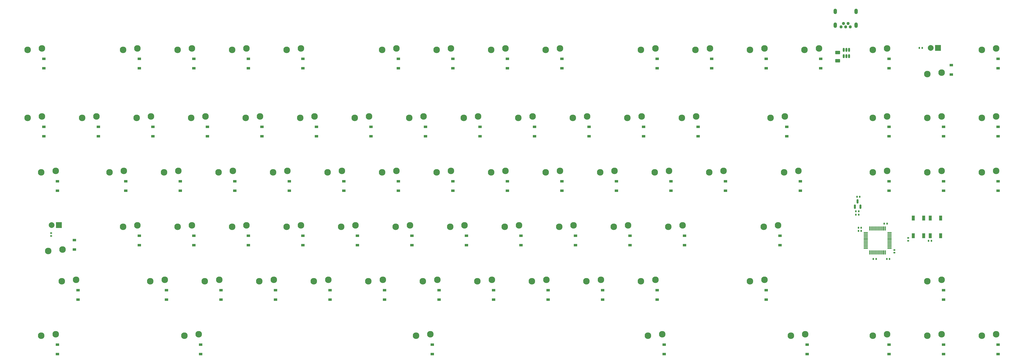
<source format=gbs>
%TF.GenerationSoftware,KiCad,Pcbnew,(6.0.5)*%
%TF.CreationDate,2022-11-05T01:05:16-04:00*%
%TF.ProjectId,TKL,544b4c2e-6b69-4636-9164-5f7063625858,rev?*%
%TF.SameCoordinates,Original*%
%TF.FileFunction,Soldermask,Bot*%
%TF.FilePolarity,Negative*%
%FSLAX46Y46*%
G04 Gerber Fmt 4.6, Leading zero omitted, Abs format (unit mm)*
G04 Created by KiCad (PCBNEW (6.0.5)) date 2022-11-05 01:05:16*
%MOMM*%
%LPD*%
G01*
G04 APERTURE LIST*
G04 Aperture macros list*
%AMRoundRect*
0 Rectangle with rounded corners*
0 $1 Rounding radius*
0 $2 $3 $4 $5 $6 $7 $8 $9 X,Y pos of 4 corners*
0 Add a 4 corners polygon primitive as box body*
4,1,4,$2,$3,$4,$5,$6,$7,$8,$9,$2,$3,0*
0 Add four circle primitives for the rounded corners*
1,1,$1+$1,$2,$3*
1,1,$1+$1,$4,$5*
1,1,$1+$1,$6,$7*
1,1,$1+$1,$8,$9*
0 Add four rect primitives between the rounded corners*
20,1,$1+$1,$2,$3,$4,$5,0*
20,1,$1+$1,$4,$5,$6,$7,0*
20,1,$1+$1,$6,$7,$8,$9,0*
20,1,$1+$1,$8,$9,$2,$3,0*%
G04 Aperture macros list end*
%ADD10RoundRect,0.135000X-0.135000X-0.185000X0.135000X-0.185000X0.135000X0.185000X-0.135000X0.185000X0*%
%ADD11RoundRect,0.140000X-0.170000X0.140000X-0.170000X-0.140000X0.170000X-0.140000X0.170000X0.140000X0*%
%ADD12RoundRect,0.150000X0.150000X-0.587500X0.150000X0.587500X-0.150000X0.587500X-0.150000X-0.587500X0*%
%ADD13RoundRect,0.075000X0.075000X-0.662500X0.075000X0.662500X-0.075000X0.662500X-0.075000X-0.662500X0*%
%ADD14RoundRect,0.075000X0.662500X-0.075000X0.662500X0.075000X-0.662500X0.075000X-0.662500X-0.075000X0*%
%ADD15R,1.100000X1.800000*%
%ADD16RoundRect,0.140000X-0.140000X-0.170000X0.140000X-0.170000X0.140000X0.170000X-0.140000X0.170000X0*%
%ADD17RoundRect,0.140000X0.140000X0.170000X-0.140000X0.170000X-0.140000X-0.170000X0.140000X-0.170000X0*%
%ADD18C,2.300000*%
%ADD19C,2.000000*%
%ADD20R,2.000000X2.000000*%
%ADD21C,1.100000*%
%ADD22O,1.200000X1.900000*%
%ADD23R,1.200000X0.900000*%
%ADD24RoundRect,0.135000X0.135000X0.185000X-0.135000X0.185000X-0.135000X-0.185000X0.135000X-0.185000X0*%
%ADD25RoundRect,0.150000X0.150000X-0.512500X0.150000X0.512500X-0.150000X0.512500X-0.150000X-0.512500X0*%
%ADD26RoundRect,0.250000X-0.625000X0.375000X-0.625000X-0.375000X0.625000X-0.375000X0.625000X0.375000X0*%
%ADD27RoundRect,0.135000X-0.185000X0.135000X-0.185000X-0.135000X0.185000X-0.135000X0.185000X0.135000X0*%
G04 APERTURE END LIST*
D10*
%TO.C,R1*%
X500378000Y-303293700D03*
X501398000Y-303293700D03*
%TD*%
D11*
%TO.C,C1*%
X493268000Y-302305700D03*
X493268000Y-303265700D03*
%TD*%
D12*
%TO.C,U3*%
X476565000Y-291404200D03*
X474665000Y-291404200D03*
X475615000Y-289529200D03*
%TD*%
D13*
%TO.C,U2*%
X485350000Y-307329200D03*
X484850000Y-307329200D03*
X484350000Y-307329200D03*
X483850000Y-307329200D03*
X483350000Y-307329200D03*
X482850000Y-307329200D03*
X482350000Y-307329200D03*
X481850000Y-307329200D03*
X481350000Y-307329200D03*
X480850000Y-307329200D03*
X480350000Y-307329200D03*
X479850000Y-307329200D03*
D14*
X478437500Y-305916700D03*
X478437500Y-305416700D03*
X478437500Y-304916700D03*
X478437500Y-304416700D03*
X478437500Y-303916700D03*
X478437500Y-303416700D03*
X478437500Y-302916700D03*
X478437500Y-302416700D03*
X478437500Y-301916700D03*
X478437500Y-301416700D03*
X478437500Y-300916700D03*
X478437500Y-300416700D03*
D13*
X479850000Y-299004200D03*
X480350000Y-299004200D03*
X480850000Y-299004200D03*
X481350000Y-299004200D03*
X481850000Y-299004200D03*
X482350000Y-299004200D03*
X482850000Y-299004200D03*
X483350000Y-299004200D03*
X483850000Y-299004200D03*
X484350000Y-299004200D03*
X484850000Y-299004200D03*
X485350000Y-299004200D03*
D14*
X486762500Y-300416700D03*
X486762500Y-300916700D03*
X486762500Y-301416700D03*
X486762500Y-301916700D03*
X486762500Y-302416700D03*
X486762500Y-302916700D03*
X486762500Y-303416700D03*
X486762500Y-303916700D03*
X486762500Y-304416700D03*
X486762500Y-304916700D03*
X486762500Y-305416700D03*
X486762500Y-305916700D03*
%TD*%
D15*
%TO.C,SW2*%
X500943000Y-295304200D03*
X500943000Y-301504200D03*
X504643000Y-301504200D03*
X504643000Y-295304200D03*
%TD*%
%TO.C,SW1*%
X498737500Y-295304200D03*
X498737500Y-301504200D03*
X495037500Y-301504200D03*
X495037500Y-295304200D03*
%TD*%
D16*
%TO.C,C10*%
X476857000Y-298721700D03*
X475897000Y-298721700D03*
%TD*%
D17*
%TO.C,C9*%
X475389000Y-287926700D03*
X476349000Y-287926700D03*
%TD*%
%TO.C,C8*%
X484914000Y-297324700D03*
X485874000Y-297324700D03*
%TD*%
D11*
%TO.C,C7*%
X488442000Y-307456700D03*
X488442000Y-306496700D03*
%TD*%
D16*
%TO.C,C6*%
X486763000Y-309643700D03*
X485803000Y-309643700D03*
%TD*%
%TO.C,C5*%
X482064000Y-309643700D03*
X481104000Y-309643700D03*
%TD*%
D17*
%TO.C,C4*%
X475925000Y-299864700D03*
X476885000Y-299864700D03*
%TD*%
D16*
%TO.C,C3*%
X475968000Y-293006700D03*
X475008000Y-293006700D03*
%TD*%
%TO.C,C2*%
X475968000Y-294149700D03*
X475008000Y-294149700D03*
%TD*%
D18*
%TO.C,MX42*%
X347543750Y-279322950D03*
X352543750Y-278822950D03*
%TD*%
%TO.C,MX65*%
X228481250Y-317422950D03*
X233481250Y-316922950D03*
%TD*%
%TO.C,MX1*%
X185618750Y-236460450D03*
X190618750Y-235960450D03*
%TD*%
D19*
%TO.C,D85*%
X501173750Y-235860450D03*
D20*
X503713750Y-235860450D03*
%TD*%
D18*
%TO.C,MX83*%
X499943750Y-336472950D03*
X504943750Y-335972950D03*
%TD*%
%TO.C,MX26*%
X357068750Y-260272950D03*
X362068750Y-259772950D03*
%TD*%
%TO.C,MX44*%
X385643750Y-279322950D03*
X390643750Y-278822950D03*
%TD*%
%TO.C,MX3*%
X238006250Y-236460450D03*
X243006250Y-235960450D03*
%TD*%
%TO.C,MX35*%
X214193750Y-279322950D03*
X219193750Y-278822950D03*
%TD*%
%TO.C,MX16*%
X518993750Y-236460450D03*
X523993750Y-235960450D03*
%TD*%
%TO.C,MX60*%
X371356250Y-298372950D03*
X376356250Y-297872950D03*
%TD*%
%TO.C,MX36*%
X233243750Y-279322950D03*
X238243750Y-278822950D03*
%TD*%
D19*
%TO.C,D86*%
X193992500Y-297772950D03*
D20*
X196532500Y-297772950D03*
%TD*%
D18*
%TO.C,MX48*%
X480893750Y-279322950D03*
X485893750Y-278822950D03*
%TD*%
%TO.C,MX77*%
X480893750Y-336472950D03*
X485893750Y-335972950D03*
%TD*%
%TO.C,MX37*%
X252293750Y-279322950D03*
X257293750Y-278822950D03*
%TD*%
%TO.C,MX2*%
X218956250Y-236460450D03*
X223956250Y-235960450D03*
%TD*%
%TO.C,MX39*%
X290393750Y-279322950D03*
X295393750Y-278822950D03*
%TD*%
%TO.C,MX46*%
X423743750Y-279322950D03*
X428743750Y-278822950D03*
%TD*%
%TO.C,MX31*%
X480893750Y-260272950D03*
X485893750Y-259772950D03*
%TD*%
%TO.C,MX29*%
X414218750Y-260272950D03*
X419218750Y-259772950D03*
%TD*%
%TO.C,MX20*%
X242768750Y-260272950D03*
X247768750Y-259772950D03*
%TD*%
%TO.C,MX28*%
X395168750Y-260272950D03*
X400168750Y-259772950D03*
%TD*%
%TO.C,MX58*%
X333256250Y-298372950D03*
X338256250Y-297872950D03*
%TD*%
%TO.C,MX56*%
X295156250Y-298372950D03*
X300156250Y-297872950D03*
%TD*%
%TO.C,MX55*%
X276106250Y-298372950D03*
X281106250Y-297872950D03*
%TD*%
%TO.C,MX47*%
X449937500Y-279322950D03*
X454937500Y-278822950D03*
%TD*%
%TO.C,MX76*%
X499943750Y-317422950D03*
X504943750Y-316922950D03*
%TD*%
%TO.C,MX52*%
X218956250Y-298372950D03*
X223956250Y-297872950D03*
%TD*%
%TO.C,MX80*%
X321350000Y-336472950D03*
X326350000Y-335972950D03*
%TD*%
%TO.C,MX22*%
X280868750Y-260272950D03*
X285868750Y-259772950D03*
%TD*%
%TO.C,MX12*%
X438031250Y-236460450D03*
X443031250Y-235960450D03*
%TD*%
%TO.C,MX10*%
X399931250Y-236460450D03*
X404931250Y-235960450D03*
%TD*%
%TO.C,MX19*%
X223718750Y-260272950D03*
X228718750Y-259772950D03*
%TD*%
%TO.C,MX18*%
X204668750Y-260272950D03*
X209668750Y-259772950D03*
%TD*%
%TO.C,MX43*%
X366593750Y-279322950D03*
X371593750Y-278822950D03*
%TD*%
%TO.C,MX53*%
X238006250Y-298372950D03*
X243006250Y-297872950D03*
%TD*%
%TO.C,MX79*%
X240387500Y-336472950D03*
X245387500Y-335972950D03*
%TD*%
%TO.C,MX78*%
X190381250Y-336472950D03*
X195381250Y-335972950D03*
%TD*%
%TO.C,MX24*%
X318968750Y-260272950D03*
X323968750Y-259772950D03*
%TD*%
%TO.C,MX84*%
X518993750Y-336472950D03*
X523993750Y-335972950D03*
%TD*%
%TO.C,MX49*%
X499943750Y-279322950D03*
X504943750Y-278822950D03*
%TD*%
%TO.C,MX38*%
X271343750Y-279322950D03*
X276343750Y-278822950D03*
%TD*%
%TO.C,MX14*%
X480893750Y-236460450D03*
X485893750Y-235960450D03*
%TD*%
%TO.C,MX30*%
X445175000Y-260272950D03*
X450175000Y-259772950D03*
%TD*%
%TO.C,MX11*%
X418981250Y-236460450D03*
X423981250Y-235960450D03*
%TD*%
%TO.C,MX61*%
X390406250Y-298372950D03*
X395406250Y-297872950D03*
%TD*%
%TO.C,MX81*%
X402312500Y-336472950D03*
X407312500Y-335972950D03*
%TD*%
%TO.C,MX7*%
X328493750Y-236460450D03*
X333493750Y-235960450D03*
%TD*%
%TO.C,MX17*%
X185618750Y-260272950D03*
X190618750Y-259772950D03*
%TD*%
%TO.C,MX68*%
X285631250Y-317422950D03*
X290631250Y-316922950D03*
%TD*%
%TO.C,MX66*%
X247531250Y-317422950D03*
X252531250Y-316922950D03*
%TD*%
%TO.C,MX72*%
X361831250Y-317422950D03*
X366831250Y-316922950D03*
%TD*%
%TO.C,MX32*%
X499943750Y-260272950D03*
X504943750Y-259772950D03*
%TD*%
%TO.C,MX8*%
X347543750Y-236460450D03*
X352543750Y-235960450D03*
%TD*%
%TO.C,MX59*%
X352306250Y-298372950D03*
X357306250Y-297872950D03*
%TD*%
%TO.C,MX63*%
X442793750Y-298372950D03*
X447793750Y-297872950D03*
%TD*%
%TO.C,MX5*%
X276106250Y-236460450D03*
X281106250Y-235960450D03*
%TD*%
%TO.C,MX82*%
X452318750Y-336472950D03*
X457318750Y-335972950D03*
%TD*%
%TO.C,MX33*%
X518993750Y-260272950D03*
X523993750Y-259772950D03*
%TD*%
%TO.C,MX13*%
X457081250Y-236460450D03*
X462081250Y-235960450D03*
%TD*%
%TO.C,MX70*%
X323731250Y-317422950D03*
X328731250Y-316922950D03*
%TD*%
%TO.C,MX23*%
X299918750Y-260272950D03*
X304918750Y-259772950D03*
%TD*%
%TO.C,MX62*%
X409456250Y-298372950D03*
X414456250Y-297872950D03*
%TD*%
%TO.C,MX41*%
X328493750Y-279322950D03*
X333493750Y-278822950D03*
%TD*%
%TO.C,MX57*%
X314206250Y-298372950D03*
X319206250Y-297872950D03*
%TD*%
%TO.C,MX9*%
X366593750Y-236460450D03*
X371593750Y-235960450D03*
%TD*%
%TO.C,MX73*%
X380881250Y-317422950D03*
X385881250Y-316922950D03*
%TD*%
%TO.C,MX54*%
X257056250Y-298372950D03*
X262056250Y-297872950D03*
%TD*%
%TO.C,MX27*%
X376118750Y-260272950D03*
X381118750Y-259772950D03*
%TD*%
%TO.C,MX75*%
X438031250Y-317422950D03*
X443031250Y-316922950D03*
%TD*%
%TO.C,MX6*%
X309443750Y-236460450D03*
X314443750Y-235960450D03*
%TD*%
%TO.C,MX64*%
X197525000Y-317422950D03*
X202525000Y-316922950D03*
%TD*%
%TO.C,MX69*%
X304681250Y-317422950D03*
X309681250Y-316922950D03*
%TD*%
%TO.C,MX45*%
X404693750Y-279322950D03*
X409693750Y-278822950D03*
%TD*%
D21*
%TO.C,J1*%
X473055750Y-228466650D03*
X472255750Y-227266650D03*
X471455750Y-228466650D03*
X470655750Y-227266650D03*
X469855750Y-228466650D03*
D22*
X467805750Y-223046650D03*
X475105750Y-227866650D03*
X475105750Y-223046650D03*
X467805750Y-227866650D03*
%TD*%
D18*
%TO.C,MX34*%
X190381250Y-279322950D03*
X195381250Y-278822950D03*
%TD*%
%TO.C,MX21*%
X261818750Y-260272950D03*
X266818750Y-259772950D03*
%TD*%
%TO.C,MX51*%
X197762500Y-306372950D03*
X192762500Y-306872950D03*
%TD*%
%TO.C,MX71*%
X342781250Y-317422950D03*
X347781250Y-316922950D03*
%TD*%
%TO.C,MX15*%
X504943750Y-244460450D03*
X499943750Y-244960450D03*
%TD*%
%TO.C,MX74*%
X399931250Y-317422950D03*
X404931250Y-316922950D03*
%TD*%
%TO.C,MX40*%
X309443750Y-279322950D03*
X314443750Y-278822950D03*
%TD*%
%TO.C,MX25*%
X338018750Y-260272950D03*
X343018750Y-259772950D03*
%TD*%
%TO.C,MX4*%
X257056250Y-236460450D03*
X262056250Y-235960450D03*
%TD*%
%TO.C,MX50*%
X518993750Y-279322950D03*
X523993750Y-278822950D03*
%TD*%
%TO.C,MX67*%
X266581250Y-317422950D03*
X271581250Y-316922950D03*
%TD*%
D23*
%TO.C,D42*%
X353218750Y-285766700D03*
X353218750Y-282466700D03*
%TD*%
%TO.C,D19*%
X229393750Y-266716700D03*
X229393750Y-263416700D03*
%TD*%
%TO.C,D77*%
X486568750Y-342916700D03*
X486568750Y-339616700D03*
%TD*%
%TO.C,D23*%
X305593750Y-266716700D03*
X305593750Y-263416700D03*
%TD*%
%TO.C,D6*%
X315118750Y-242904200D03*
X315118750Y-239604200D03*
%TD*%
%TO.C,D20*%
X248443750Y-266716700D03*
X248443750Y-263416700D03*
%TD*%
%TO.C,D83*%
X505618750Y-342916700D03*
X505618750Y-339616700D03*
%TD*%
%TO.C,D72*%
X367506250Y-323866700D03*
X367506250Y-320566700D03*
%TD*%
%TO.C,D26*%
X362743750Y-266716700D03*
X362743750Y-263416700D03*
%TD*%
%TO.C,D11*%
X424656250Y-242904200D03*
X424656250Y-239604200D03*
%TD*%
%TO.C,D54*%
X262731250Y-304816700D03*
X262731250Y-301516700D03*
%TD*%
%TO.C,D52*%
X224631250Y-304816700D03*
X224631250Y-301516700D03*
%TD*%
%TO.C,D4*%
X262731250Y-242904200D03*
X262731250Y-239604200D03*
%TD*%
%TO.C,D36*%
X238918750Y-285766700D03*
X238918750Y-282466700D03*
%TD*%
%TO.C,D53*%
X243681250Y-304816700D03*
X243681250Y-301516700D03*
%TD*%
%TO.C,D68*%
X291306250Y-323866700D03*
X291306250Y-320566700D03*
%TD*%
%TO.C,D51*%
X201930000Y-303040700D03*
X201930000Y-306340700D03*
%TD*%
%TO.C,D8*%
X353218750Y-242904200D03*
X353218750Y-239604200D03*
%TD*%
%TO.C,D74*%
X405606250Y-323866700D03*
X405606250Y-320566700D03*
%TD*%
%TO.C,D18*%
X210343750Y-266716700D03*
X210343750Y-263416700D03*
%TD*%
%TO.C,D56*%
X300831250Y-304816700D03*
X300831250Y-301516700D03*
%TD*%
%TO.C,D65*%
X234156250Y-323866700D03*
X234156250Y-320566700D03*
%TD*%
%TO.C,D57*%
X319881250Y-304816700D03*
X319881250Y-301516700D03*
%TD*%
%TO.C,D75*%
X443706250Y-323866700D03*
X443706250Y-320566700D03*
%TD*%
%TO.C,D40*%
X315118750Y-285766700D03*
X315118750Y-282466700D03*
%TD*%
%TO.C,D28*%
X400843750Y-266716700D03*
X400843750Y-263416700D03*
%TD*%
%TO.C,D17*%
X191293750Y-266716700D03*
X191293750Y-263416700D03*
%TD*%
%TO.C,D2*%
X224631250Y-242904200D03*
X224631250Y-239604200D03*
%TD*%
%TO.C,D34*%
X196056250Y-285766700D03*
X196056250Y-282466700D03*
%TD*%
%TO.C,D7*%
X334168750Y-242904200D03*
X334168750Y-239604200D03*
%TD*%
%TO.C,D37*%
X257968750Y-285766700D03*
X257968750Y-282466700D03*
%TD*%
%TO.C,D58*%
X338931250Y-304816700D03*
X338931250Y-301516700D03*
%TD*%
%TO.C,D50*%
X524668750Y-285766700D03*
X524668750Y-282466700D03*
%TD*%
%TO.C,D24*%
X324643750Y-266716700D03*
X324643750Y-263416700D03*
%TD*%
%TO.C,D21*%
X267493750Y-266716700D03*
X267493750Y-263416700D03*
%TD*%
%TO.C,D79*%
X246062500Y-342916700D03*
X246062500Y-339616700D03*
%TD*%
D24*
%TO.C,R2*%
X498221000Y-235856700D03*
X497201000Y-235856700D03*
%TD*%
D23*
%TO.C,D12*%
X443706250Y-242904200D03*
X443706250Y-239604200D03*
%TD*%
%TO.C,D76*%
X505618750Y-323866700D03*
X505618750Y-320566700D03*
%TD*%
%TO.C,D64*%
X203200000Y-323866700D03*
X203200000Y-320566700D03*
%TD*%
%TO.C,D16*%
X524668750Y-242904200D03*
X524668750Y-239604200D03*
%TD*%
%TO.C,D84*%
X524668750Y-342916700D03*
X524668750Y-339616700D03*
%TD*%
%TO.C,D82*%
X457993750Y-342916700D03*
X457993750Y-339616700D03*
%TD*%
%TO.C,D14*%
X486568750Y-242904200D03*
X486568750Y-239604200D03*
%TD*%
%TO.C,D33*%
X524668750Y-266716700D03*
X524668750Y-263416700D03*
%TD*%
%TO.C,D32*%
X505618750Y-266716700D03*
X505618750Y-263416700D03*
%TD*%
%TO.C,D27*%
X381793750Y-266716700D03*
X381793750Y-263416700D03*
%TD*%
%TO.C,D70*%
X329406250Y-323866700D03*
X329406250Y-320566700D03*
%TD*%
%TO.C,D35*%
X219868750Y-285766700D03*
X219868750Y-282466700D03*
%TD*%
%TO.C,D29*%
X419893750Y-266716700D03*
X419893750Y-263416700D03*
%TD*%
%TO.C,D47*%
X455612500Y-285766700D03*
X455612500Y-282466700D03*
%TD*%
%TO.C,D55*%
X281781250Y-304816700D03*
X281781250Y-301516700D03*
%TD*%
%TO.C,D46*%
X429418750Y-285766700D03*
X429418750Y-282466700D03*
%TD*%
%TO.C,D39*%
X296068750Y-285766700D03*
X296068750Y-282466700D03*
%TD*%
%TO.C,D73*%
X386556250Y-323866700D03*
X386556250Y-320566700D03*
%TD*%
%TO.C,D61*%
X396081250Y-304816700D03*
X396081250Y-301516700D03*
%TD*%
%TO.C,D67*%
X272256250Y-323866700D03*
X272256250Y-320566700D03*
%TD*%
%TO.C,D31*%
X486568750Y-266716700D03*
X486568750Y-263416700D03*
%TD*%
%TO.C,D30*%
X450850000Y-266716700D03*
X450850000Y-263416700D03*
%TD*%
D25*
%TO.C,U1*%
X472659750Y-238740450D03*
X471709750Y-238740450D03*
X470759750Y-238740450D03*
X470759750Y-236465450D03*
X471709750Y-236465450D03*
X472659750Y-236465450D03*
%TD*%
D23*
%TO.C,D59*%
X357981250Y-304816700D03*
X357981250Y-301516700D03*
%TD*%
%TO.C,D25*%
X343693750Y-266716700D03*
X343693750Y-263416700D03*
%TD*%
%TO.C,D15*%
X508381000Y-241826700D03*
X508381000Y-245126700D03*
%TD*%
%TO.C,D81*%
X407987500Y-342916700D03*
X407987500Y-339616700D03*
%TD*%
D26*
%TO.C,F1*%
X468661750Y-237472950D03*
X468661750Y-240272950D03*
%TD*%
D23*
%TO.C,D63*%
X448468750Y-304816700D03*
X448468750Y-301516700D03*
%TD*%
%TO.C,D22*%
X286543750Y-266716700D03*
X286543750Y-263416700D03*
%TD*%
%TO.C,D49*%
X505618750Y-285766700D03*
X505618750Y-282466700D03*
%TD*%
%TO.C,D5*%
X281781250Y-242904200D03*
X281781250Y-239604200D03*
%TD*%
%TO.C,D69*%
X310356250Y-323866700D03*
X310356250Y-320566700D03*
%TD*%
%TO.C,D44*%
X391318750Y-285766700D03*
X391318750Y-282466700D03*
%TD*%
%TO.C,D3*%
X243681250Y-242904200D03*
X243681250Y-239604200D03*
%TD*%
%TO.C,D10*%
X405606250Y-242904200D03*
X405606250Y-239604200D03*
%TD*%
%TO.C,D9*%
X372268750Y-242904200D03*
X372268750Y-239604200D03*
%TD*%
%TO.C,D45*%
X410368750Y-285766700D03*
X410368750Y-282466700D03*
%TD*%
%TO.C,D48*%
X486568750Y-285766700D03*
X486568750Y-282466700D03*
%TD*%
%TO.C,D1*%
X191293750Y-242904200D03*
X191293750Y-239604200D03*
%TD*%
%TO.C,D71*%
X348456250Y-323866700D03*
X348456250Y-320566700D03*
%TD*%
%TO.C,D13*%
X462756250Y-242904200D03*
X462756250Y-239604200D03*
%TD*%
%TO.C,D41*%
X334168750Y-285766700D03*
X334168750Y-282466700D03*
%TD*%
%TO.C,D60*%
X377031250Y-304816700D03*
X377031250Y-301516700D03*
%TD*%
%TO.C,D43*%
X372268750Y-285766700D03*
X372268750Y-282466700D03*
%TD*%
%TO.C,D66*%
X253206250Y-323866700D03*
X253206250Y-320566700D03*
%TD*%
%TO.C,D80*%
X327025000Y-342916700D03*
X327025000Y-339616700D03*
%TD*%
%TO.C,D38*%
X277018750Y-285766700D03*
X277018750Y-282466700D03*
%TD*%
%TO.C,D62*%
X415131250Y-304816700D03*
X415131250Y-301516700D03*
%TD*%
%TO.C,D78*%
X196056250Y-342916700D03*
X196056250Y-339616700D03*
%TD*%
D27*
%TO.C,R3*%
X193802000Y-300624700D03*
X193802000Y-301644700D03*
%TD*%
M02*

</source>
